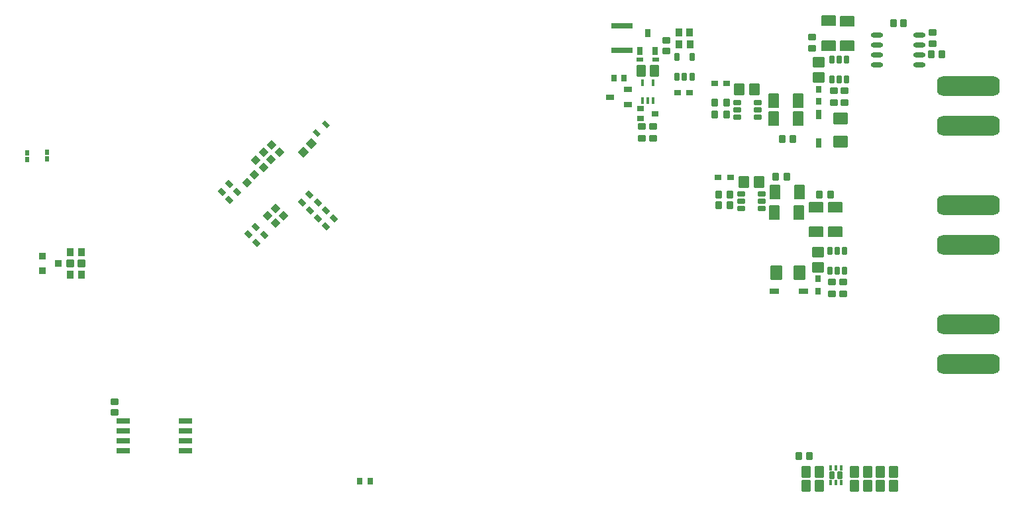
<source format=gbp>
G04*
G04 #@! TF.GenerationSoftware,Altium Limited,Altium Designer,21.7.2 (23)*
G04*
G04 Layer_Color=128*
%FSAX25Y25*%
%MOIN*%
G70*
G04*
G04 #@! TF.SameCoordinates,7BBA0914-394B-4DB2-939C-07DA4AAD527A*
G04*
G04*
G04 #@! TF.FilePolarity,Positive*
G04*
G01*
G75*
G04:AMPARAMS|DCode=24|XSize=35.43mil|YSize=27.56mil|CornerRadius=2.07mil|HoleSize=0mil|Usage=FLASHONLY|Rotation=135.000|XOffset=0mil|YOffset=0mil|HoleType=Round|Shape=RoundedRectangle|*
%AMROUNDEDRECTD24*
21,1,0.03543,0.02343,0,0,135.0*
21,1,0.03130,0.02756,0,0,135.0*
1,1,0.00413,-0.00278,0.01935*
1,1,0.00413,0.01935,-0.00278*
1,1,0.00413,0.00278,-0.01935*
1,1,0.00413,-0.01935,0.00278*
%
%ADD24ROUNDEDRECTD24*%
G04:AMPARAMS|DCode=25|XSize=37.4mil|YSize=33.47mil|CornerRadius=2.51mil|HoleSize=0mil|Usage=FLASHONLY|Rotation=270.000|XOffset=0mil|YOffset=0mil|HoleType=Round|Shape=RoundedRectangle|*
%AMROUNDEDRECTD25*
21,1,0.03740,0.02845,0,0,270.0*
21,1,0.03238,0.03347,0,0,270.0*
1,1,0.00502,-0.01422,-0.01619*
1,1,0.00502,-0.01422,0.01619*
1,1,0.00502,0.01422,0.01619*
1,1,0.00502,0.01422,-0.01619*
%
%ADD25ROUNDEDRECTD25*%
G04:AMPARAMS|DCode=26|XSize=35.43mil|YSize=27.56mil|CornerRadius=2.07mil|HoleSize=0mil|Usage=FLASHONLY|Rotation=90.000|XOffset=0mil|YOffset=0mil|HoleType=Round|Shape=RoundedRectangle|*
%AMROUNDEDRECTD26*
21,1,0.03543,0.02343,0,0,90.0*
21,1,0.03130,0.02756,0,0,90.0*
1,1,0.00413,0.01171,0.01565*
1,1,0.00413,0.01171,-0.01565*
1,1,0.00413,-0.01171,-0.01565*
1,1,0.00413,-0.01171,0.01565*
%
%ADD26ROUNDEDRECTD26*%
G04:AMPARAMS|DCode=28|XSize=37.4mil|YSize=31.5mil|CornerRadius=2.36mil|HoleSize=0mil|Usage=FLASHONLY|Rotation=180.000|XOffset=0mil|YOffset=0mil|HoleType=Round|Shape=RoundedRectangle|*
%AMROUNDEDRECTD28*
21,1,0.03740,0.02677,0,0,180.0*
21,1,0.03268,0.03150,0,0,180.0*
1,1,0.00472,-0.01634,0.01339*
1,1,0.00472,0.01634,0.01339*
1,1,0.00472,0.01634,-0.01339*
1,1,0.00472,-0.01634,-0.01339*
%
%ADD28ROUNDEDRECTD28*%
G04:AMPARAMS|DCode=29|XSize=39.37mil|YSize=41.34mil|CornerRadius=2.95mil|HoleSize=0mil|Usage=FLASHONLY|Rotation=135.000|XOffset=0mil|YOffset=0mil|HoleType=Round|Shape=RoundedRectangle|*
%AMROUNDEDRECTD29*
21,1,0.03937,0.03543,0,0,135.0*
21,1,0.03347,0.04134,0,0,135.0*
1,1,0.00591,0.00070,0.02436*
1,1,0.00591,0.02436,0.00070*
1,1,0.00591,-0.00070,-0.02436*
1,1,0.00591,-0.02436,-0.00070*
%
%ADD29ROUNDEDRECTD29*%
G04:AMPARAMS|DCode=37|XSize=37.4mil|YSize=33.47mil|CornerRadius=2.51mil|HoleSize=0mil|Usage=FLASHONLY|Rotation=180.000|XOffset=0mil|YOffset=0mil|HoleType=Round|Shape=RoundedRectangle|*
%AMROUNDEDRECTD37*
21,1,0.03740,0.02845,0,0,180.0*
21,1,0.03238,0.03347,0,0,180.0*
1,1,0.00502,-0.01619,0.01422*
1,1,0.00502,0.01619,0.01422*
1,1,0.00502,0.01619,-0.01422*
1,1,0.00502,-0.01619,-0.01422*
%
%ADD37ROUNDEDRECTD37*%
G04:AMPARAMS|DCode=38|XSize=37.4mil|YSize=33.47mil|CornerRadius=2.51mil|HoleSize=0mil|Usage=FLASHONLY|Rotation=135.000|XOffset=0mil|YOffset=0mil|HoleType=Round|Shape=RoundedRectangle|*
%AMROUNDEDRECTD38*
21,1,0.03740,0.02845,0,0,135.0*
21,1,0.03238,0.03347,0,0,135.0*
1,1,0.00502,-0.00139,0.02151*
1,1,0.00502,0.02151,-0.00139*
1,1,0.00502,0.00139,-0.02151*
1,1,0.00502,-0.02151,0.00139*
%
%ADD38ROUNDEDRECTD38*%
G04:AMPARAMS|DCode=39|XSize=37.4mil|YSize=33.47mil|CornerRadius=2.51mil|HoleSize=0mil|Usage=FLASHONLY|Rotation=45.000|XOffset=0mil|YOffset=0mil|HoleType=Round|Shape=RoundedRectangle|*
%AMROUNDEDRECTD39*
21,1,0.03740,0.02845,0,0,45.0*
21,1,0.03238,0.03347,0,0,45.0*
1,1,0.00502,0.02151,0.00139*
1,1,0.00502,-0.00139,-0.02151*
1,1,0.00502,-0.02151,-0.00139*
1,1,0.00502,0.00139,0.02151*
%
%ADD39ROUNDEDRECTD39*%
G04:AMPARAMS|DCode=50|XSize=57.09mil|YSize=49.21mil|CornerRadius=3.69mil|HoleSize=0mil|Usage=FLASHONLY|Rotation=270.000|XOffset=0mil|YOffset=0mil|HoleType=Round|Shape=RoundedRectangle|*
%AMROUNDEDRECTD50*
21,1,0.05709,0.04183,0,0,270.0*
21,1,0.04970,0.04921,0,0,270.0*
1,1,0.00738,-0.02092,-0.02485*
1,1,0.00738,-0.02092,0.02485*
1,1,0.00738,0.02092,0.02485*
1,1,0.00738,0.02092,-0.02485*
%
%ADD50ROUNDEDRECTD50*%
G04:AMPARAMS|DCode=51|XSize=27.56mil|YSize=33.47mil|CornerRadius=2.07mil|HoleSize=0mil|Usage=FLASHONLY|Rotation=270.000|XOffset=0mil|YOffset=0mil|HoleType=Round|Shape=RoundedRectangle|*
%AMROUNDEDRECTD51*
21,1,0.02756,0.02933,0,0,270.0*
21,1,0.02343,0.03347,0,0,270.0*
1,1,0.00413,-0.01467,-0.01171*
1,1,0.00413,-0.01467,0.01171*
1,1,0.00413,0.01467,0.01171*
1,1,0.00413,0.01467,-0.01171*
%
%ADD51ROUNDEDRECTD51*%
G04:AMPARAMS|DCode=54|XSize=39.37mil|YSize=31.5mil|CornerRadius=2.36mil|HoleSize=0mil|Usage=FLASHONLY|Rotation=90.000|XOffset=0mil|YOffset=0mil|HoleType=Round|Shape=RoundedRectangle|*
%AMROUNDEDRECTD54*
21,1,0.03937,0.02677,0,0,90.0*
21,1,0.03465,0.03150,0,0,90.0*
1,1,0.00472,0.01339,0.01732*
1,1,0.00472,0.01339,-0.01732*
1,1,0.00472,-0.01339,-0.01732*
1,1,0.00472,-0.01339,0.01732*
%
%ADD54ROUNDEDRECTD54*%
G04:AMPARAMS|DCode=64|XSize=23.62mil|YSize=41.34mil|CornerRadius=1.77mil|HoleSize=0mil|Usage=FLASHONLY|Rotation=180.000|XOffset=0mil|YOffset=0mil|HoleType=Round|Shape=RoundedRectangle|*
%AMROUNDEDRECTD64*
21,1,0.02362,0.03780,0,0,180.0*
21,1,0.02008,0.04134,0,0,180.0*
1,1,0.00354,-0.01004,0.01890*
1,1,0.00354,0.01004,0.01890*
1,1,0.00354,0.01004,-0.01890*
1,1,0.00354,-0.01004,-0.01890*
%
%ADD64ROUNDEDRECTD64*%
G04:AMPARAMS|DCode=65|XSize=27.56mil|YSize=47.24mil|CornerRadius=2.07mil|HoleSize=0mil|Usage=FLASHONLY|Rotation=180.000|XOffset=0mil|YOffset=0mil|HoleType=Round|Shape=RoundedRectangle|*
%AMROUNDEDRECTD65*
21,1,0.02756,0.04311,0,0,180.0*
21,1,0.02343,0.04724,0,0,180.0*
1,1,0.00413,-0.01171,0.02156*
1,1,0.00413,0.01171,0.02156*
1,1,0.00413,0.01171,-0.02156*
1,1,0.00413,-0.01171,-0.02156*
%
%ADD65ROUNDEDRECTD65*%
G04:AMPARAMS|DCode=70|XSize=27.56mil|YSize=33.47mil|CornerRadius=2.07mil|HoleSize=0mil|Usage=FLASHONLY|Rotation=0.000|XOffset=0mil|YOffset=0mil|HoleType=Round|Shape=RoundedRectangle|*
%AMROUNDEDRECTD70*
21,1,0.02756,0.02933,0,0,0.0*
21,1,0.02343,0.03347,0,0,0.0*
1,1,0.00413,0.01171,-0.01467*
1,1,0.00413,-0.01171,-0.01467*
1,1,0.00413,-0.01171,0.01467*
1,1,0.00413,0.01171,0.01467*
%
%ADD70ROUNDEDRECTD70*%
G04:AMPARAMS|DCode=95|XSize=23.62mil|YSize=39.37mil|CornerRadius=2.95mil|HoleSize=0mil|Usage=FLASHONLY|Rotation=90.000|XOffset=0mil|YOffset=0mil|HoleType=Round|Shape=RoundedRectangle|*
%AMROUNDEDRECTD95*
21,1,0.02362,0.03347,0,0,90.0*
21,1,0.01772,0.03937,0,0,90.0*
1,1,0.00591,0.01673,0.00886*
1,1,0.00591,0.01673,-0.00886*
1,1,0.00591,-0.01673,-0.00886*
1,1,0.00591,-0.01673,0.00886*
%
%ADD95ROUNDEDRECTD95*%
G04:AMPARAMS|DCode=112|XSize=21.65mil|YSize=23.62mil|CornerRadius=1.62mil|HoleSize=0mil|Usage=FLASHONLY|Rotation=0.000|XOffset=0mil|YOffset=0mil|HoleType=Round|Shape=RoundedRectangle|*
%AMROUNDEDRECTD112*
21,1,0.02165,0.02037,0,0,0.0*
21,1,0.01841,0.02362,0,0,0.0*
1,1,0.00325,0.00920,-0.01019*
1,1,0.00325,-0.00920,-0.01019*
1,1,0.00325,-0.00920,0.01019*
1,1,0.00325,0.00920,0.01019*
%
%ADD112ROUNDEDRECTD112*%
G04:AMPARAMS|DCode=118|XSize=39.37mil|YSize=31.5mil|CornerRadius=2.36mil|HoleSize=0mil|Usage=FLASHONLY|Rotation=0.000|XOffset=0mil|YOffset=0mil|HoleType=Round|Shape=RoundedRectangle|*
%AMROUNDEDRECTD118*
21,1,0.03937,0.02677,0,0,0.0*
21,1,0.03465,0.03150,0,0,0.0*
1,1,0.00472,0.01732,-0.01339*
1,1,0.00472,-0.01732,-0.01339*
1,1,0.00472,-0.01732,0.01339*
1,1,0.00472,0.01732,0.01339*
%
%ADD118ROUNDEDRECTD118*%
G04:AMPARAMS|DCode=125|XSize=37.4mil|YSize=31.5mil|CornerRadius=2.36mil|HoleSize=0mil|Usage=FLASHONLY|Rotation=270.000|XOffset=0mil|YOffset=0mil|HoleType=Round|Shape=RoundedRectangle|*
%AMROUNDEDRECTD125*
21,1,0.03740,0.02677,0,0,270.0*
21,1,0.03268,0.03150,0,0,270.0*
1,1,0.00472,-0.01339,-0.01634*
1,1,0.00472,-0.01339,0.01634*
1,1,0.00472,0.01339,0.01634*
1,1,0.00472,0.01339,-0.01634*
%
%ADD125ROUNDEDRECTD125*%
G04:AMPARAMS|DCode=305|XSize=39.37mil|YSize=35.43mil|CornerRadius=2.66mil|HoleSize=0mil|Usage=FLASHONLY|Rotation=270.000|XOffset=0mil|YOffset=0mil|HoleType=Round|Shape=RoundedRectangle|*
%AMROUNDEDRECTD305*
21,1,0.03937,0.03012,0,0,270.0*
21,1,0.03406,0.03543,0,0,270.0*
1,1,0.00532,-0.01506,-0.01703*
1,1,0.00532,-0.01506,0.01703*
1,1,0.00532,0.01506,0.01703*
1,1,0.00532,0.01506,-0.01703*
%
%ADD305ROUNDEDRECTD305*%
%ADD306O,0.06299X0.02362*%
G04:AMPARAMS|DCode=307|XSize=11.81mil|YSize=23.62mil|CornerRadius=0.89mil|HoleSize=0mil|Usage=FLASHONLY|Rotation=180.000|XOffset=0mil|YOffset=0mil|HoleType=Round|Shape=RoundedRectangle|*
%AMROUNDEDRECTD307*
21,1,0.01181,0.02185,0,0,180.0*
21,1,0.01004,0.02362,0,0,180.0*
1,1,0.00177,-0.00502,0.01093*
1,1,0.00177,0.00502,0.01093*
1,1,0.00177,0.00502,-0.01093*
1,1,0.00177,-0.00502,-0.01093*
%
%ADD307ROUNDEDRECTD307*%
G04:AMPARAMS|DCode=308|XSize=26.38mil|YSize=39.37mil|CornerRadius=1.98mil|HoleSize=0mil|Usage=FLASHONLY|Rotation=180.000|XOffset=0mil|YOffset=0mil|HoleType=Round|Shape=RoundedRectangle|*
%AMROUNDEDRECTD308*
21,1,0.02638,0.03541,0,0,180.0*
21,1,0.02242,0.03937,0,0,180.0*
1,1,0.00396,-0.01121,0.01771*
1,1,0.00396,0.01121,0.01771*
1,1,0.00396,0.01121,-0.01771*
1,1,0.00396,-0.01121,-0.01771*
%
%ADD308ROUNDEDRECTD308*%
G04:AMPARAMS|DCode=310|XSize=27.56mil|YSize=35.43mil|CornerRadius=2.07mil|HoleSize=0mil|Usage=FLASHONLY|Rotation=270.000|XOffset=0mil|YOffset=0mil|HoleType=Round|Shape=RoundedRectangle|*
%AMROUNDEDRECTD310*
21,1,0.02756,0.03130,0,0,270.0*
21,1,0.02343,0.03543,0,0,270.0*
1,1,0.00413,-0.01565,-0.01171*
1,1,0.00413,-0.01565,0.01171*
1,1,0.00413,0.01565,0.01171*
1,1,0.00413,0.01565,-0.01171*
%
%ADD310ROUNDEDRECTD310*%
G04:AMPARAMS|DCode=311|XSize=98.43mil|YSize=314.96mil|CornerRadius=29.53mil|HoleSize=0mil|Usage=FLASHONLY|Rotation=90.000|XOffset=0mil|YOffset=0mil|HoleType=Round|Shape=RoundedRectangle|*
%AMROUNDEDRECTD311*
21,1,0.09843,0.25591,0,0,90.0*
21,1,0.03937,0.31496,0,0,90.0*
1,1,0.05906,0.12795,0.01968*
1,1,0.05906,0.12795,-0.01968*
1,1,0.05906,-0.12795,-0.01968*
1,1,0.05906,-0.12795,0.01968*
%
%ADD311ROUNDEDRECTD311*%
G04:AMPARAMS|DCode=312|XSize=106.3mil|YSize=29.53mil|CornerRadius=2.22mil|HoleSize=0mil|Usage=FLASHONLY|Rotation=180.000|XOffset=0mil|YOffset=0mil|HoleType=Round|Shape=RoundedRectangle|*
%AMROUNDEDRECTD312*
21,1,0.10630,0.02510,0,0,180.0*
21,1,0.10187,0.02953,0,0,180.0*
1,1,0.00443,-0.05094,0.01255*
1,1,0.00443,0.05094,0.01255*
1,1,0.00443,0.05094,-0.01255*
1,1,0.00443,-0.05094,-0.01255*
%
%ADD312ROUNDEDRECTD312*%
G04:AMPARAMS|DCode=313|XSize=19.68mil|YSize=31.5mil|CornerRadius=1.48mil|HoleSize=0mil|Usage=FLASHONLY|Rotation=90.000|XOffset=0mil|YOffset=0mil|HoleType=Round|Shape=RoundedRectangle|*
%AMROUNDEDRECTD313*
21,1,0.01968,0.02854,0,0,90.0*
21,1,0.01673,0.03150,0,0,90.0*
1,1,0.00295,0.01427,0.00837*
1,1,0.00295,0.01427,-0.00837*
1,1,0.00295,-0.01427,-0.00837*
1,1,0.00295,-0.01427,0.00837*
%
%ADD313ROUNDEDRECTD313*%
G04:AMPARAMS|DCode=314|XSize=33.47mil|YSize=27.56mil|CornerRadius=2.07mil|HoleSize=0mil|Usage=FLASHONLY|Rotation=90.000|XOffset=0mil|YOffset=0mil|HoleType=Round|Shape=RoundedRectangle|*
%AMROUNDEDRECTD314*
21,1,0.03347,0.02343,0,0,90.0*
21,1,0.02933,0.02756,0,0,90.0*
1,1,0.00413,0.01171,0.01467*
1,1,0.00413,0.01171,-0.01467*
1,1,0.00413,-0.01171,-0.01467*
1,1,0.00413,-0.01171,0.01467*
%
%ADD314ROUNDEDRECTD314*%
G04:AMPARAMS|DCode=315|XSize=15.75mil|YSize=33.47mil|CornerRadius=1.97mil|HoleSize=0mil|Usage=FLASHONLY|Rotation=0.000|XOffset=0mil|YOffset=0mil|HoleType=Round|Shape=RoundedRectangle|*
%AMROUNDEDRECTD315*
21,1,0.01575,0.02953,0,0,0.0*
21,1,0.01181,0.03347,0,0,0.0*
1,1,0.00394,0.00591,-0.01476*
1,1,0.00394,-0.00591,-0.01476*
1,1,0.00394,-0.00591,0.01476*
1,1,0.00394,0.00591,0.01476*
%
%ADD315ROUNDEDRECTD315*%
G04:AMPARAMS|DCode=316|XSize=27.56mil|YSize=47.24mil|CornerRadius=2.07mil|HoleSize=0mil|Usage=FLASHONLY|Rotation=270.000|XOffset=0mil|YOffset=0mil|HoleType=Round|Shape=RoundedRectangle|*
%AMROUNDEDRECTD316*
21,1,0.02756,0.04311,0,0,270.0*
21,1,0.02343,0.04724,0,0,270.0*
1,1,0.00413,-0.02156,-0.01171*
1,1,0.00413,-0.02156,0.01171*
1,1,0.00413,0.02156,0.01171*
1,1,0.00413,0.02156,-0.01171*
%
%ADD316ROUNDEDRECTD316*%
G04:AMPARAMS|DCode=317|XSize=74.8mil|YSize=53.15mil|CornerRadius=3.99mil|HoleSize=0mil|Usage=FLASHONLY|Rotation=270.000|XOffset=0mil|YOffset=0mil|HoleType=Round|Shape=RoundedRectangle|*
%AMROUNDEDRECTD317*
21,1,0.07480,0.04518,0,0,270.0*
21,1,0.06683,0.05315,0,0,270.0*
1,1,0.00797,-0.02259,-0.03342*
1,1,0.00797,-0.02259,0.03342*
1,1,0.00797,0.02259,0.03342*
1,1,0.00797,0.02259,-0.03342*
%
%ADD317ROUNDEDRECTD317*%
G04:AMPARAMS|DCode=318|XSize=59.06mil|YSize=55.12mil|CornerRadius=4.13mil|HoleSize=0mil|Usage=FLASHONLY|Rotation=0.000|XOffset=0mil|YOffset=0mil|HoleType=Round|Shape=RoundedRectangle|*
%AMROUNDEDRECTD318*
21,1,0.05906,0.04685,0,0,0.0*
21,1,0.05079,0.05512,0,0,0.0*
1,1,0.00827,0.02539,-0.02343*
1,1,0.00827,-0.02539,-0.02343*
1,1,0.00827,-0.02539,0.02343*
1,1,0.00827,0.02539,0.02343*
%
%ADD318ROUNDEDRECTD318*%
G04:AMPARAMS|DCode=319|XSize=37.4mil|YSize=21.65mil|CornerRadius=1.62mil|HoleSize=0mil|Usage=FLASHONLY|Rotation=315.000|XOffset=0mil|YOffset=0mil|HoleType=Round|Shape=RoundedRectangle|*
%AMROUNDEDRECTD319*
21,1,0.03740,0.01841,0,0,315.0*
21,1,0.03415,0.02165,0,0,315.0*
1,1,0.00325,0.00557,-0.01858*
1,1,0.00325,-0.01858,0.00557*
1,1,0.00325,-0.00557,0.01858*
1,1,0.00325,0.01858,-0.00557*
%
%ADD319ROUNDEDRECTD319*%
G04:AMPARAMS|DCode=320|XSize=41.34mil|YSize=37.4mil|CornerRadius=2.81mil|HoleSize=0mil|Usage=FLASHONLY|Rotation=90.000|XOffset=0mil|YOffset=0mil|HoleType=Round|Shape=RoundedRectangle|*
%AMROUNDEDRECTD320*
21,1,0.04134,0.03179,0,0,90.0*
21,1,0.03573,0.03740,0,0,90.0*
1,1,0.00561,0.01590,0.01786*
1,1,0.00561,0.01590,-0.01786*
1,1,0.00561,-0.01590,-0.01786*
1,1,0.00561,-0.01590,0.01786*
%
%ADD320ROUNDEDRECTD320*%
G04:AMPARAMS|DCode=321|XSize=35.43mil|YSize=31.5mil|CornerRadius=2.36mil|HoleSize=0mil|Usage=FLASHONLY|Rotation=0.000|XOffset=0mil|YOffset=0mil|HoleType=Round|Shape=RoundedRectangle|*
%AMROUNDEDRECTD321*
21,1,0.03543,0.02677,0,0,0.0*
21,1,0.03071,0.03150,0,0,0.0*
1,1,0.00472,0.01535,-0.01339*
1,1,0.00472,-0.01535,-0.01339*
1,1,0.00472,-0.01535,0.01339*
1,1,0.00472,0.01535,0.01339*
%
%ADD321ROUNDEDRECTD321*%
G04:AMPARAMS|DCode=322|XSize=41.34mil|YSize=35.43mil|CornerRadius=2.66mil|HoleSize=0mil|Usage=FLASHONLY|Rotation=270.000|XOffset=0mil|YOffset=0mil|HoleType=Round|Shape=RoundedRectangle|*
%AMROUNDEDRECTD322*
21,1,0.04134,0.03012,0,0,270.0*
21,1,0.03602,0.03543,0,0,270.0*
1,1,0.00532,-0.01506,-0.01801*
1,1,0.00532,-0.01506,0.01801*
1,1,0.00532,0.01506,0.01801*
1,1,0.00532,0.01506,-0.01801*
%
%ADD322ROUNDEDRECTD322*%
G04:AMPARAMS|DCode=323|XSize=23.62mil|YSize=39.37mil|CornerRadius=2.95mil|HoleSize=0mil|Usage=FLASHONLY|Rotation=180.000|XOffset=0mil|YOffset=0mil|HoleType=Round|Shape=RoundedRectangle|*
%AMROUNDEDRECTD323*
21,1,0.02362,0.03347,0,0,180.0*
21,1,0.01772,0.03937,0,0,180.0*
1,1,0.00591,-0.00886,0.01673*
1,1,0.00591,0.00886,0.01673*
1,1,0.00591,0.00886,-0.01673*
1,1,0.00591,-0.00886,-0.01673*
%
%ADD323ROUNDEDRECTD323*%
G04:AMPARAMS|DCode=324|XSize=23.62mil|YSize=41.34mil|CornerRadius=1.77mil|HoleSize=0mil|Usage=FLASHONLY|Rotation=90.000|XOffset=0mil|YOffset=0mil|HoleType=Round|Shape=RoundedRectangle|*
%AMROUNDEDRECTD324*
21,1,0.02362,0.03780,0,0,90.0*
21,1,0.02008,0.04134,0,0,90.0*
1,1,0.00354,0.01890,0.01004*
1,1,0.00354,0.01890,-0.01004*
1,1,0.00354,-0.01890,-0.01004*
1,1,0.00354,-0.01890,0.01004*
%
%ADD324ROUNDEDRECTD324*%
G04:AMPARAMS|DCode=325|XSize=74.8mil|YSize=59.06mil|CornerRadius=4.43mil|HoleSize=0mil|Usage=FLASHONLY|Rotation=90.000|XOffset=0mil|YOffset=0mil|HoleType=Round|Shape=RoundedRectangle|*
%AMROUNDEDRECTD325*
21,1,0.07480,0.05020,0,0,90.0*
21,1,0.06594,0.05906,0,0,90.0*
1,1,0.00886,0.02510,0.03297*
1,1,0.00886,0.02510,-0.03297*
1,1,0.00886,-0.02510,-0.03297*
1,1,0.00886,-0.02510,0.03297*
%
%ADD325ROUNDEDRECTD325*%
G04:AMPARAMS|DCode=326|XSize=59.06mil|YSize=55.12mil|CornerRadius=4.13mil|HoleSize=0mil|Usage=FLASHONLY|Rotation=270.000|XOffset=0mil|YOffset=0mil|HoleType=Round|Shape=RoundedRectangle|*
%AMROUNDEDRECTD326*
21,1,0.05906,0.04685,0,0,270.0*
21,1,0.05079,0.05512,0,0,270.0*
1,1,0.00827,-0.02343,-0.02539*
1,1,0.00827,-0.02343,0.02539*
1,1,0.00827,0.02343,0.02539*
1,1,0.00827,0.02343,-0.02539*
%
%ADD326ROUNDEDRECTD326*%
G04:AMPARAMS|DCode=327|XSize=74.8mil|YSize=53.15mil|CornerRadius=3.99mil|HoleSize=0mil|Usage=FLASHONLY|Rotation=0.000|XOffset=0mil|YOffset=0mil|HoleType=Round|Shape=RoundedRectangle|*
%AMROUNDEDRECTD327*
21,1,0.07480,0.04518,0,0,0.0*
21,1,0.06683,0.05315,0,0,0.0*
1,1,0.00797,0.03342,-0.02259*
1,1,0.00797,-0.03342,-0.02259*
1,1,0.00797,-0.03342,0.02259*
1,1,0.00797,0.03342,0.02259*
%
%ADD327ROUNDEDRECTD327*%
G04:AMPARAMS|DCode=328|XSize=74.8mil|YSize=59.06mil|CornerRadius=4.43mil|HoleSize=0mil|Usage=FLASHONLY|Rotation=180.000|XOffset=0mil|YOffset=0mil|HoleType=Round|Shape=RoundedRectangle|*
%AMROUNDEDRECTD328*
21,1,0.07480,0.05020,0,0,180.0*
21,1,0.06594,0.05906,0,0,180.0*
1,1,0.00886,-0.03297,0.02510*
1,1,0.00886,0.03297,0.02510*
1,1,0.00886,0.03297,-0.02510*
1,1,0.00886,-0.03297,-0.02510*
%
%ADD328ROUNDEDRECTD328*%
%ADD365R,0.07087X0.02756*%
D24*
X0196083Y0445000D02*
D03*
X0199980Y0448898D02*
D03*
X0232500Y0443721D02*
D03*
X0236398Y0447618D02*
D03*
X0236634Y0439784D02*
D03*
X0240531Y0443681D02*
D03*
X0244606Y0431713D02*
D03*
X0248504Y0435610D02*
D03*
X0240571Y0435748D02*
D03*
X0244468Y0439646D02*
D03*
X0213563Y0427342D02*
D03*
X0209665Y0423445D02*
D03*
X0209429Y0431476D02*
D03*
X0205532Y0427579D02*
D03*
X0196043Y0453031D02*
D03*
X0192146Y0449134D02*
D03*
D25*
X0535433Y0534154D02*
D03*
X0530118D02*
D03*
X0549311Y0518209D02*
D03*
X0554626D02*
D03*
D26*
X0267028Y0303346D02*
D03*
X0261516D02*
D03*
D28*
X0415945Y0520079D02*
D03*
X0415945Y0525394D02*
D03*
D29*
X0237324Y0473348D02*
D03*
X0233148Y0469172D02*
D03*
D37*
X0138386Y0338090D02*
D03*
Y0343406D02*
D03*
D38*
X0205011Y0453829D02*
D03*
X0208769Y0457588D02*
D03*
X0223139Y0437017D02*
D03*
X0219381Y0433259D02*
D03*
X0219202Y0440659D02*
D03*
X0215444Y0436900D02*
D03*
D39*
X0217412Y0472844D02*
D03*
X0221170Y0469086D02*
D03*
X0213278Y0469005D02*
D03*
X0217037Y0465247D02*
D03*
X0209440Y0465167D02*
D03*
X0213198Y0461408D02*
D03*
D50*
X0403346Y0509941D02*
D03*
X0410039Y0509941D02*
D03*
X0510728Y0308071D02*
D03*
X0517421Y0308071D02*
D03*
X0523622Y0308071D02*
D03*
X0530315Y0308071D02*
D03*
X0523652Y0300970D02*
D03*
X0530345Y0300970D02*
D03*
X0510728Y0300984D02*
D03*
X0517421Y0300984D02*
D03*
X0486221Y0301083D02*
D03*
X0492913Y0301083D02*
D03*
X0486186Y0308184D02*
D03*
X0492879Y0308184D02*
D03*
D51*
X0446358Y0503642D02*
D03*
X0440256D02*
D03*
X0448130Y0456398D02*
D03*
X0442028D02*
D03*
X0427756Y0499016D02*
D03*
X0421654D02*
D03*
D54*
X0470965Y0456595D02*
D03*
X0476476D02*
D03*
X0493012Y0447736D02*
D03*
X0498524D02*
D03*
X0442206Y0447713D02*
D03*
X0448112D02*
D03*
X0442206Y0442398D02*
D03*
X0448112D02*
D03*
X0446260Y0487992D02*
D03*
X0440354D02*
D03*
X0440256Y0494095D02*
D03*
X0446161D02*
D03*
X0474213Y0475689D02*
D03*
X0479724D02*
D03*
D64*
X0402756Y0520079D02*
D03*
X0410236Y0520079D02*
D03*
X0406496Y0529134D02*
D03*
D65*
X0492717Y0488189D02*
D03*
X0492717Y0473622D02*
D03*
D70*
X0492717Y0500689D02*
D03*
Y0494587D02*
D03*
X0492421Y0405217D02*
D03*
Y0399114D02*
D03*
D95*
X0463930Y0440557D02*
D03*
X0453693Y0448037D02*
D03*
X0453693Y0440557D02*
D03*
X0463930Y0448037D02*
D03*
Y0444297D02*
D03*
X0453693Y0444297D02*
D03*
X0461841Y0486614D02*
D03*
X0451605Y0494095D02*
D03*
Y0486614D02*
D03*
X0461841Y0494095D02*
D03*
X0461841Y0490354D02*
D03*
X0451605Y0490354D02*
D03*
D112*
X0104429Y0468898D02*
D03*
Y0465551D02*
D03*
X0094390Y0468799D02*
D03*
Y0465453D02*
D03*
D118*
X0549902Y0529528D02*
D03*
X0549902Y0523622D02*
D03*
X0403543Y0476181D02*
D03*
Y0482087D02*
D03*
X0409252Y0476181D02*
D03*
Y0482087D02*
D03*
X0499176Y0397725D02*
D03*
X0499176Y0403631D02*
D03*
X0505082Y0397725D02*
D03*
X0505082Y0403631D02*
D03*
X0500197Y0494095D02*
D03*
X0500197Y0500000D02*
D03*
X0505709Y0494095D02*
D03*
Y0500000D02*
D03*
X0489272Y0521457D02*
D03*
Y0526968D02*
D03*
D125*
X0487992Y0316142D02*
D03*
X0482677D02*
D03*
D305*
X0427461Y0529232D02*
D03*
X0422342D02*
D03*
D306*
X0543307Y0528071D02*
D03*
Y0523071D02*
D03*
Y0518071D02*
D03*
Y0513071D02*
D03*
X0522047Y0528071D02*
D03*
X0522047Y0523071D02*
D03*
X0522047Y0518071D02*
D03*
X0522047Y0513071D02*
D03*
D307*
X0498721Y0302579D02*
D03*
Y0310051D02*
D03*
X0501279Y0310020D02*
D03*
X0503839D02*
D03*
X0501279Y0302579D02*
D03*
X0503839D02*
D03*
D308*
X0499350Y0306299D02*
D03*
X0503209D02*
D03*
D310*
X0410335Y0488484D02*
D03*
X0402854Y0491043D02*
D03*
Y0485925D02*
D03*
D311*
X0568012Y0362488D02*
D03*
Y0382488D02*
D03*
Y0422488D02*
D03*
X0568012Y0442488D02*
D03*
Y0482488D02*
D03*
X0568012Y0502488D02*
D03*
D312*
X0393504Y0520275D02*
D03*
X0393504Y0532677D02*
D03*
D313*
X0402658Y0515551D02*
D03*
X0410531Y0515551D02*
D03*
D314*
X0394685Y0506299D02*
D03*
X0389764Y0506299D02*
D03*
D315*
X0409154Y0504035D02*
D03*
X0404035Y0504036D02*
D03*
X0404035Y0495177D02*
D03*
X0406594D02*
D03*
X0409154D02*
D03*
D316*
X0470276Y0399114D02*
D03*
X0484843Y0399114D02*
D03*
D317*
X0470374Y0438681D02*
D03*
X0482776Y0438681D02*
D03*
X0482382Y0494882D02*
D03*
X0469980Y0494882D02*
D03*
X0469980Y0485925D02*
D03*
X0482382Y0485925D02*
D03*
X0470472Y0449114D02*
D03*
X0482874D02*
D03*
D318*
X0492421Y0411122D02*
D03*
X0492421Y0418602D02*
D03*
X0492618Y0514272D02*
D03*
Y0506791D02*
D03*
D319*
X0244550Y0483133D02*
D03*
X0240096Y0478678D02*
D03*
D320*
X0115916Y0412978D02*
D03*
X0121625D02*
D03*
D321*
X0102038Y0409336D02*
D03*
Y0416817D02*
D03*
X0109912Y0413076D02*
D03*
D322*
X0115916Y0407466D02*
D03*
X0121624D02*
D03*
X0115916Y0418588D02*
D03*
X0121625Y0418588D02*
D03*
X0422342Y0523425D02*
D03*
X0428051Y0523425D02*
D03*
D323*
X0428839Y0517126D02*
D03*
X0421358Y0506890D02*
D03*
X0425098D02*
D03*
X0428839D02*
D03*
X0421358Y0517126D02*
D03*
X0505771Y0419477D02*
D03*
X0498290Y0409241D02*
D03*
X0502031Y0409241D02*
D03*
X0505771Y0409241D02*
D03*
X0498290Y0419477D02*
D03*
X0502031Y0419477D02*
D03*
X0502953Y0515846D02*
D03*
X0499213Y0515846D02*
D03*
X0506693Y0505610D02*
D03*
X0502953D02*
D03*
X0499213D02*
D03*
X0506693Y0515846D02*
D03*
D324*
X0396752Y0493110D02*
D03*
X0396752Y0500591D02*
D03*
X0387697Y0496850D02*
D03*
D325*
X0483071Y0408366D02*
D03*
X0471260D02*
D03*
D326*
X0455071Y0454041D02*
D03*
X0462552D02*
D03*
X0452658Y0500591D02*
D03*
X0460138Y0500591D02*
D03*
D327*
X0491437Y0428937D02*
D03*
X0491437Y0441339D02*
D03*
X0500948Y0441327D02*
D03*
X0500948Y0428926D02*
D03*
X0507087Y0522736D02*
D03*
X0507087Y0535138D02*
D03*
X0497539Y0535236D02*
D03*
X0497539Y0522835D02*
D03*
D328*
X0503543Y0474311D02*
D03*
X0503543Y0486122D02*
D03*
D365*
X0173818Y0333780D02*
D03*
Y0328780D02*
D03*
X0173820Y0323780D02*
D03*
X0173819Y0318778D02*
D03*
X0142715Y0333779D02*
D03*
X0142717Y0328781D02*
D03*
X0142718Y0323780D02*
D03*
X0142716Y0318779D02*
D03*
M02*

</source>
